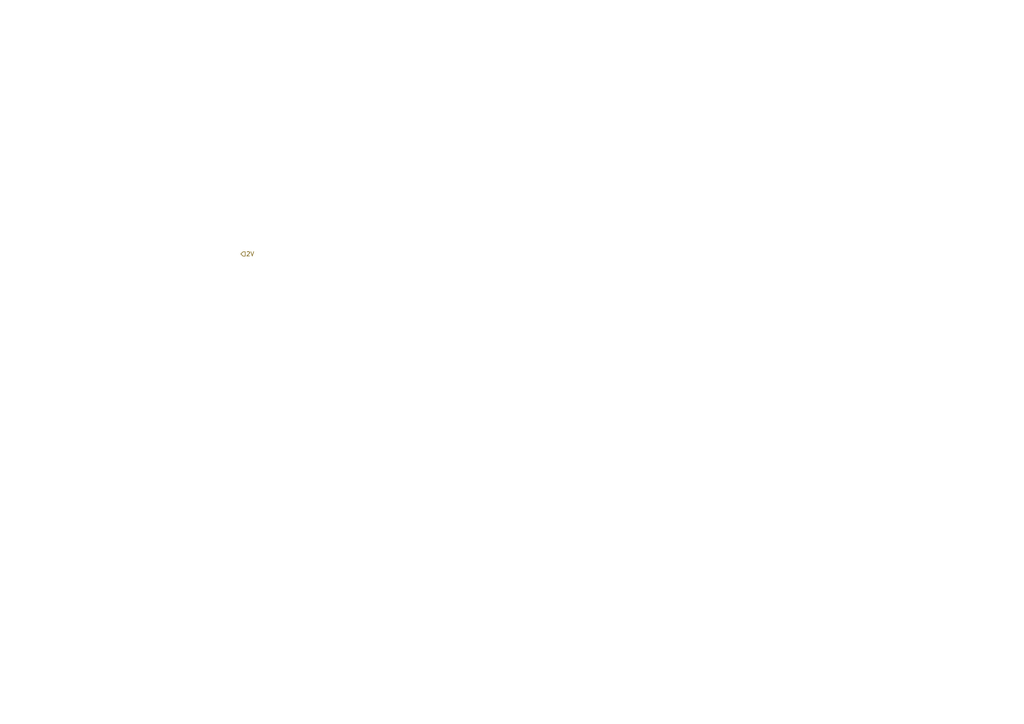
<source format=kicad_sch>
(kicad_sch
	(version 20250114)
	(generator "eeschema")
	(generator_version "9.0")
	(uuid "93a562d5-048c-4bb1-bff7-151c85a6af71")
	(paper "A4")
	(lib_symbols)
	(hierarchical_label "2V"
		(shape input)
		(at 69.85 73.66 0)
		(effects
			(font
				(size 1.27 1.27)
			)
			(justify left)
		)
		(uuid "a82bbf75-147c-4ae6-8d85-d48d224f56a5")
	)
)

</source>
